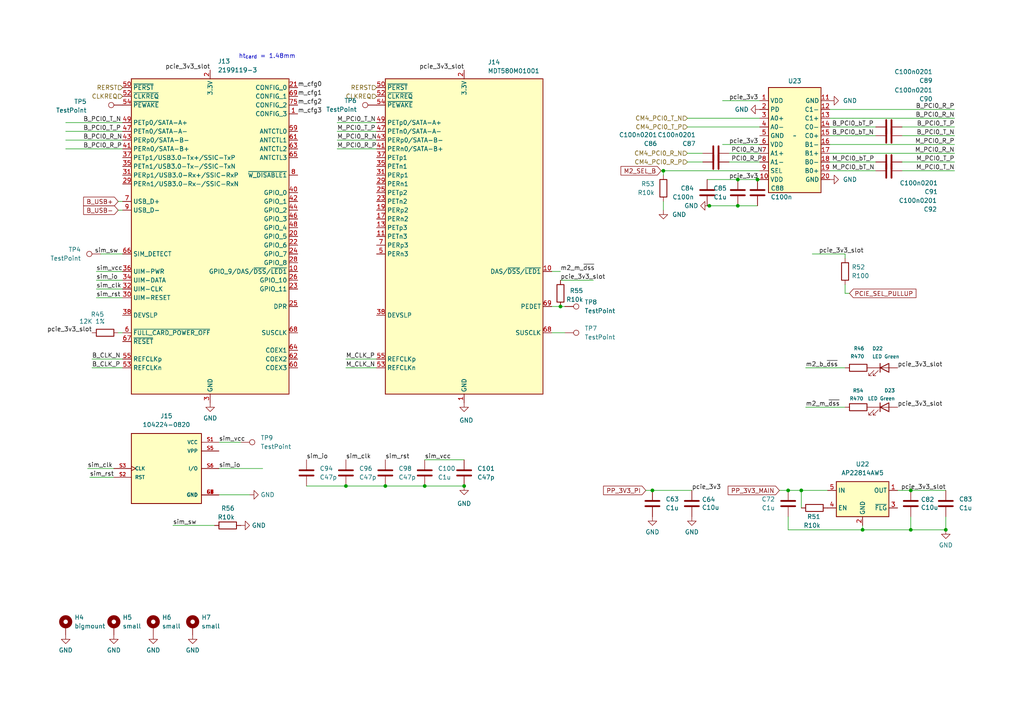
<source format=kicad_sch>
(kicad_sch (version 20231120) (generator "eeschema") (generator_version "8.0")
  (paper "A4")
  (title_block (date "2025-02-17") (rev "2.0") (comment 1 "Matthew Guo") (comment 2 "matthew@paisleymicro.com") (comment 3 "Matthew Guo") (comment 4 "matthew@paisleymicro.com") (comment 5 "Firefly-4") (comment 6 "PAISLEY-FC-4") (comment 7 "2025") (comment 8 "Firefly Automation Controller for RPi CM4"))
  (junction (at 274.32 153.67))
  (junction (at -189.865 117.475))
  (junction (at -207.645 124.46))
  (junction (at 205.74 59.69))
  (junction (at 361.95 39.37))
  (junction (at 264.16 153.67))
  (junction (at 264.16 142.24))
  (junction (at 361.95 31.75))
  (junction (at 374.015 39.37))
  (junction (at 374.015 55.88))
  (junction (at 365.125 48.26))
  (junction (at 189.23 142.24))
  (junction (at -189.865 124.46))
  (junction (at 232.41 142.24))
  (junction (at -182.245 120.015))
  (junction (at 123.19 140.97))
  (junction (at 349.25 31.75))
  (junction (at 349.25 48.26))
  (junction (at -189.865 110.49))
  (junction (at -182.245 124.46))
  (junction (at -236.855 121.285))
  (junction (at 349.25 39.37))
  (junction (at 361.95 55.88))
  (junction (at -182.245 113.03))
  (junction (at -234.95 128.905))
  (junction (at 228.6 142.24))
  (junction (at 361.95 48.26))
  (junction (at 349.25 72.39))
  (junction (at 111.76 140.97))
  (junction (at 349.25 55.88))
  (junction (at -182.245 117.475))
  (junction (at -207.645 117.475))
  (junction (at 134.62 140.97))
  (junction (at 219.71 52.07))
  (junction (at 213.995 52.07))
  (junction (at 374.015 31.75))
  (junction (at 250.19 153.67))
  (junction (at 349.25 80.01))
  (junction (at 100.33 140.97))
  (junction (at 192.405 49.53))
  (junction (at 213.995 59.69))
  (junction (at 162.56 88.9))
  (wire (pts (xy 233.68 106.68) (xy 245.11 106.68)))
  (wire (pts (xy 192.405 58.42) (xy 192.405 60.96)))
  (wire (pts (xy 27.94 81.28) (xy 35.56 81.28)))
  (wire (pts (xy 27.94 78.74) (xy 35.56 78.74)))
  (wire (pts (xy 33.02 135.89) (xy 25.4 135.89)))
  (wire (pts (xy -240.665 116.205) (xy -240.665 118.745)))
  (wire (pts (xy 361.95 39.37) (xy 374.015 39.37)))
  (wire (pts (xy 199.39 46.99) (xy 203.835 46.99)))
  (wire (pts (xy 100.33 104.14) (xy 109.22 104.14)))
  (wire (pts (xy 34.29 60.96) (xy 35.56 60.96)))
  (wire (pts (xy -268.605 97.155) (xy -258.445 97.155)))
  (wire (pts (xy 100.33 106.68) (xy 109.22 106.68)))
  (wire (pts (xy 19.05 38.1) (xy 35.56 38.1)))
  (wire (pts (xy 374.015 31.115) (xy 374.015 31.75)))
  (wire (pts (xy 205.74 59.69) (xy 213.995 59.69)))
  (wire (pts (xy 264.16 153.67) (xy 274.32 153.67)))
  (wire (pts (xy 240.665 46.99) (xy 254 46.99)))
  (wire (pts (xy 361.95 31.75) (xy 374.015 31.75)))
  (wire (pts (xy -189.865 113.03) (xy -189.865 110.49)))
  (wire (pts (xy 123.19 133.35) (xy 134.62 133.35)))
  (wire (pts (xy 27.94 86.36) (xy 35.56 86.36)))
  (wire (pts (xy 228.6 142.24) (xy 232.41 142.24)))
  (wire (pts (xy 50.165 152.4) (xy 62.23 152.4)))
  (wire (pts (xy 250.19 153.67) (xy 264.16 153.67)))
  (wire (pts (xy 246.38 85.09) (xy 245.11 85.09)))
  (wire (pts (xy 29.21 73.66) (xy 35.56 73.66)))
  (wire (pts (xy 349.25 64.77) (xy 349.25 72.39)))
  (wire (pts (xy 162.56 78.74) (xy 160.02 78.74)))
  (wire (pts (xy -182.245 127) (xy -182.245 124.46)))
  (wire (pts (xy -189.865 120.015) (xy -189.865 117.475)))
  (wire (pts (xy 26.67 106.68) (xy 35.56 106.68)))
  (wire (pts (xy -182.245 120.015) (xy -182.245 124.46)))
  (wire (pts (xy -182.245 113.03) (xy -182.245 117.475)))
  (wire (pts (xy 34.29 58.42) (xy 35.56 58.42)))
  (wire (pts (xy 226.06 142.24) (xy 228.6 142.24)))
  (wire (pts (xy 192.405 49.53) (xy 220.345 49.53)))
  (wire (pts (xy 361.95 55.88) (xy 374.015 55.88)))
  (wire (pts (xy -218.44 124.46) (xy -207.645 124.46)))
  (wire (pts (xy 26.67 104.14) (xy 35.56 104.14)))
  (wire (pts (xy 374.015 48.26) (xy 365.125 48.26)))
  (wire (pts (xy 261.62 39.37) (xy 276.86 39.37)))
  (wire (pts (xy -215.9 94.615) (xy -225.425 94.615)))
  (wire (pts (xy -208.28 104.775) (xy -199.39 104.775)))
  (wire (pts (xy -236.855 121.285) (xy -234.95 121.285)))
  (wire (pts (xy -239.395 76.835) (xy -229.235 76.835)))
  (wire (pts (xy 264.16 149.86) (xy 264.16 153.67)))
  (wire (pts (xy -239.395 76.835) (xy -239.395 81.915)))
  (wire (pts (xy 240.665 34.29) (xy 276.86 34.29)))
  (wire (pts (xy -200.025 110.49) (xy -189.865 110.49)))
  (wire (pts (xy -208.28 92.075) (xy -199.39 92.075)))
  (wire (pts (xy 162.56 88.9) (xy 163.83 88.9)))
  (wire (pts (xy 349.25 80.01) (xy 349.25 87.63)))
  (wire (pts (xy 163.83 96.52) (xy 160.02 96.52)))
  (wire (pts (xy 63.5 135.89) (xy 76.2 135.89)))
  (wire (pts (xy 211.455 44.45) (xy 220.345 44.45)))
  (wire (pts (xy 232.41 142.24) (xy 240.03 142.24)))
  (wire (pts (xy -182.245 110.49) (xy -182.245 113.03)))
  (wire (pts (xy 35.56 83.82) (xy 27.94 83.82)))
  (wire (pts (xy 261.62 49.53) (xy 276.86 49.53)))
  (wire (pts (xy -200.025 124.46) (xy -189.865 124.46)))
  (wire (pts (xy 19.05 35.56) (xy 35.56 35.56)))
  (wire (pts (xy 261.62 46.99) (xy 276.86 46.99)))
  (wire (pts (xy -225.425 97.155) (xy -214.63 97.155)))
  (wire (pts (xy 205.105 52.07) (xy 213.995 52.07)))
  (wire (pts (xy 199.39 36.83) (xy 220.345 36.83)))
  (wire (pts (xy 250.19 153.67) (xy 250.19 152.4)))
  (wire (pts (xy -245.745 121.285) (xy -236.855 121.285)))
  (wire (pts (xy 233.68 118.11) (xy 245.11 118.11)))
  (wire (pts (xy 219.71 52.07) (xy 220.345 52.07)))
  (wire (pts (xy 240.665 41.91) (xy 276.86 41.91)))
  (wire (pts (xy 162.56 81.28) (xy 172.085 81.28)))
  (wire (pts (xy -208.28 94.615) (xy -199.39 94.615)))
  (wire (pts (xy 349.25 55.88) (xy 361.95 55.88)))
  (wire (pts (xy 160.02 88.9) (xy 162.56 88.9)))
  (wire (pts (xy 365.125 47.625) (xy 365.125 48.26)))
  (wire (pts (xy 123.19 140.97) (xy 134.62 140.97)))
  (wire (pts (xy 349.25 39.37) (xy 361.95 39.37)))
  (wire (pts (xy 26.035 138.43) (xy 33.02 138.43)))
  (wire (pts (xy 260.35 142.24) (xy 264.16 142.24)))
  (wire (pts (xy 19.05 43.18) (xy 35.56 43.18)))
  (wire (pts (xy -182.245 120.015) (xy -182.245 117.475)))
  (wire (pts (xy 240.665 49.53) (xy 254 49.53)))
  (wire (pts (xy -240.665 118.745) (xy -230.505 118.745)))
  (wire (pts (xy 63.5 128.27) (xy 69.85 128.27)))
  (wire (pts (xy 336.55 48.26) (xy 349.25 48.26)))
  (wire (pts (xy 189.23 142.24) (xy 200.66 142.24)))
  (wire (pts (xy 100.33 140.97) (xy 111.76 140.97)))
  (wire (pts (xy -236.855 128.905) (xy -234.95 128.905)))
  (wire (pts (xy 235.585 73.66) (xy 245.11 73.66)))
  (wire (pts (xy -189.865 127) (xy -189.865 124.46)))
  (wire (pts (xy 274.32 142.24) (xy 264.16 142.24)))
  (wire (pts (xy 336.55 31.75) (xy 349.25 31.75)))
  (wire (pts (xy -207.645 110.49) (xy -207.645 117.475)))
  (wire (pts (xy 209.55 29.21) (xy 220.345 29.21)))
  (wire (pts (xy 240.665 44.45) (xy 276.86 44.45)))
  (wire (pts (xy 209.55 41.91) (xy 220.345 41.91)))
  (wire (pts (xy -215.9 92.075) (xy -225.425 92.075)))
  (wire (pts (xy -249.555 81.915) (xy -264.16 81.915)))
  (wire (pts (xy 228.6 149.86) (xy 228.6 153.67)))
  (wire (pts (xy 245.11 73.66) (xy 245.11 74.93)))
  (wire (pts (xy 34.29 96.52) (xy 35.56 96.52)))
  (wire (pts (xy 63.5 143.51) (xy 72.39 143.51)))
  (wire (pts (xy 97.79 38.1) (xy 109.22 38.1)))
  (wire (pts (xy -200.025 117.475) (xy -189.865 117.475)))
  (wire (pts (xy 228.6 153.67) (xy 250.19 153.67)))
  (wire (pts (xy 187.325 142.24) (xy 189.23 142.24)))
  (wire (pts (xy 211.455 46.99) (xy 220.345 46.99)))
  (wire (pts (xy 205.105 59.69) (xy 205.74 59.69)))
  (wire (pts (xy 213.995 52.07) (xy 219.71 52.07)))
  (wire (pts (xy 19.05 40.64) (xy 35.56 40.64)))
  (wire (pts (xy 97.79 43.18) (xy 109.22 43.18)))
  (wire (pts (xy 192.405 49.53) (xy 192.405 50.8)))
  (wire (pts (xy -207.645 117.475) (xy -207.645 124.46)))
  (wire (pts (xy 240.665 31.75) (xy 276.86 31.75)))
  (wire (pts (xy -215.9 102.235) (xy -225.425 102.235)))
  (wire (pts (xy -215.9 104.775) (xy -225.425 104.775)))
  (wire (pts (xy 88.9 140.97) (xy 100.33 140.97)))
  (wire (pts (xy 349.25 31.75) (xy 361.95 31.75)))
  (wire (pts (xy 111.76 140.97) (xy 123.19 140.97)))
  (wire (pts (xy 97.79 35.56) (xy 109.22 35.56)))
  (wire (pts (xy 199.39 44.45) (xy 203.835 44.45)))
  (wire (pts (xy 199.39 34.29) (xy 220.345 34.29)))
  (wire (pts (xy 240.665 36.83) (xy 254 36.83)))
  (wire (pts (xy 361.95 48.26) (xy 365.125 48.26)))
  (wire (pts (xy 245.11 85.09) (xy 245.11 82.55)))
  (wire (pts (xy 349.25 48.26) (xy 361.95 48.26)))
  (wire (pts (xy 336.55 55.88) (xy 349.25 55.88)))
  (wire (pts (xy -208.28 102.235) (xy -199.39 102.235)))
  (wire (pts (xy -245.745 116.205) (xy -245.745 121.285)))
  (wire (pts (xy 240.665 39.37) (xy 254 39.37)))
  (wire (pts (xy 274.32 153.67) (xy 274.32 149.86)))
  (wire (pts (xy 336.55 39.37) (xy 349.25 39.37)))
  (wire (pts (xy 213.995 59.69) (xy 219.71 59.69)))
  (wire (pts (xy 261.62 36.83) (xy 276.86 36.83)))
  (wire (pts (xy 97.79 40.64) (xy 109.22 40.64)))
  (wire (pts (xy 232.41 142.24) (xy 232.41 147.32)))
  (wire (pts (xy 349.25 72.39) (xy 349.25 80.01)))
  (wire (pts (xy 191.77 49.53) (xy 192.405 49.53)))
  (text "ht_{card} = 1.48mm\n" (at 69.215 17.145 0) (effects (font (size 1.27 1.27)) (justify left bottom)))
  (label "B_PRE_CLK_N" (at -223.52 102.235 0))
  (label "sim_sw" (at 50.165 152.4 0))
  (label "pcie_3v3_slot" (at 349.25 87.63 0))
  (label "pcie_3v3_slot" (at 60.96 20.32 180))
  (label "vddo" (at -235.585 76.835 0))
  (label "sim_rst" (at 26.035 138.43 0))
  (label "M_PRE_CLK_P" (at -223.52 94.615 0))
  (label "sim_vcc" (at 27.94 78.74 0))
  (label "pcie_3v3" (at 211.455 29.21 0))
  (label "pcie_3v3_slot" (at 336.55 31.75 0))
  (label "B_PRE_CLK_P" (at -223.52 104.775 0))
  (label "m_cfg2" (at 341.63 80.01 180))
  (label "pcie_3v3_slot" (at 237.49 73.66 0))
  (label "B_CLK_P" (at 26.67 106.68 0))
  (label "M_CLK_N" (at -208.28 92.075 0))
  (label "m2_m_~{dss}" (at 162.56 78.74 0))
  (label "B_CLK_N" (at -208.28 102.235 0))
  (label "vddr" (at -196.215 110.49 0))
  (label "PCI0_R_N" (at 212.09 44.45 0))
  (label "M_CLK_N" (at 100.33 106.68 0))
  (label "sim_rst" (at 111.76 133.35 0))
  (label "M_PCI0_T_N" (at 97.79 35.56 0))
  (label "sim_io" (at 88.9 133.35 0))
  (label "pcie_3v3" (at -216.535 124.46 0))
  (label "sim_vcc" (at 123.19 133.35 0))
  (label "vddo" (at -236.855 118.745 0))
  (label "sim_vcc" (at 63.5 128.27 0))
  (label "m_cfg1" (at 86.36 27.94 0))
  (label "pcie_3v3" (at -243.84 121.285 0))
  (label "M_CLK_P" (at -208.28 94.615 0))
  (label "M_PCI0_bT_P" (at 241.3 46.99 0))
  (label "sim_clk" (at 25.4 135.89 0))
  (label "M_PCI0_R_N" (at 97.79 40.64 0))
  (label "m_cfg1" (at 341.63 72.39 180))
  (label "pcie_3v3_slot" (at 26.67 96.52 180))
  (label "vdda" (at -220.98 97.155 0))
  (label "M_PCI0_R_N" (at 276.86 44.45 180))
  (label "pcie_3v3_slot" (at 274.32 142.24 180))
  (label "M_PCI0_T_P" (at 97.79 38.1 0))
  (label "sim_io" (at 63.5 135.89 0))
  (label "B_PCI0_bT_N" (at 241.3 39.37 0))
  (label "pcie_3v3_slot" (at 134.62 20.32 180))
  (label "pcie_3v3" (at 200.66 142.24 0))
  (label "B_PCI0_T_P" (at 276.86 36.83 180))
  (label "vdda" (at -195.58 124.46 0))
  (label "m_cfg2" (at 86.36 30.48 0))
  (label "pcie_3v3_slot" (at 336.55 48.26 0))
  (label "sim_rst" (at 27.94 86.36 0))
  (label "B_PCI0_bT_P" (at 241.3 36.83 0))
  (label "sim_clk" (at 100.33 133.35 0))
  (label "vddo" (at -196.215 117.475 0))
  (label "vddr" (at -264.795 97.155 0))
  (label "M_PCI0_R_P" (at 97.79 43.18 0))
  (label "M_PCI0_bT_N" (at 241.3 49.53 0))
  (label "M_PCI0_R_P" (at 276.86 41.91 180))
  (label "m_cfg0" (at 341.63 64.77 180))
  (label "PCI0_R_P" (at 212.09 46.99 0))
  (label "M_PRE_CLK_N" (at -223.52 92.075 0))
  (label "B_CLK_N" (at 26.67 104.14 0))
  (label "m_cfg3" (at 341.63 87.63 180))
  (label "pcie_3v3_slot" (at 162.56 81.28 0))
  (label "pcie_3v3_slot" (at 260.35 106.68 0))
  (label "pcie_3v3_slot" (at 260.35 118.11 0))
  (label "B_PCI0_R_P" (at 276.86 31.75 180))
  (label "M_CLK_P" (at 100.33 104.14 0))
  (label "sim_sw" (at 34.29 73.66 180))
  (label "M_PCI0_T_P" (at 276.86 46.99 180))
  (label "pcie_3v3" (at 211.455 52.07 0))
  (label "pcie_3v3" (at 211.455 41.91 0))
  (label "B_PCI0_T_N" (at 276.86 39.37 180))
  (label "m2_b_~{dss}" (at 233.68 106.68 0))
  (label "B_PCI0_R_P" (at 24.13 43.18 0))
  (label "B_PCI0_T_N" (at 24.13 35.56 0))
  (label "M_PCI0_T_N" (at 276.86 49.53 180))
  (label "m2_m_~{dss}" (at 233.68 118.11 0))
  (label "sim_io" (at 27.94 81.28 0))
  (label "B_PCI0_R_N" (at 276.86 34.29 180))
  (label "B_CLK_P" (at -208.28 104.775 0))
  (label "sim_clk" (at 27.94 83.82 0))
  (label "m_cfg3" (at 86.36 33.02 0))
  (label "m_cfg0" (at 86.36 25.4 0))
  (label "B_PCI0_R_N" (at 24.13 40.64 0))
  (label "B_PCI0_T_P" (at 24.13 38.1 0))
  (global_label "PCIE_SEL_PULLUP" (shape input) (at 246.38 85.09 0) (property "Intersheetrefs" "${INTERSHEET_REFS}" (effects (hide yes))))
  (global_label "PP_3V3_MAIN" (shape input) (at 226.06 142.24 180) (property "Intersheetrefs" "${INTERSHEET_REFS}" (effects (hide yes))))
  (global_label "M2_SEL_B" (shape input) (at 191.77 49.53 180) (property "Intersheetrefs" "${INTERSHEET_REFS}" (effects (hide yes))))
  (global_label "PP_3V3_PI" (shape input) (at 187.325 142.24 180) (property "Intersheetrefs" "${INTERSHEET_REFS}" (effects (hide yes))))
  (global_label "B_USB+" (shape input) (at 34.29 58.42 180) (property "Intersheetrefs" "${INTERSHEET_REFS}" (effects (hide yes))))
  (global_label "B_USB-" (shape input) (at 34.29 60.96 180) (property "Intersheetrefs" "${INTERSHEET_REFS}" (effects (hide yes))))
  (hierarchical_label "REFCLK_P" (shape input) (at -258.445 99.695 180))
  (hierarchical_label "CLKREQ" (shape input) (at 35.56 27.94 180))
  (hierarchical_label "CLKREQ" (shape input) (at 109.22 27.94 180))
  (hierarchical_label "SDA0" (shape input) (at -248.285 116.205 270))
  (hierarchical_label "SCL0" (shape input) (at -243.205 116.205 270))
  (hierarchical_label "REFCLK_N" (shape input) (at -258.445 102.235 180))
  (hierarchical_label "CM4_PCI0_T_P" (shape input) (at 199.39 36.83 180))
  (hierarchical_label "RERST" (shape input) (at 35.56 25.4 180))
  (hierarchical_label "CM4_PCI0_R_P" (shape input) (at 199.39 46.99 180))
  (hierarchical_label "RERST" (shape input) (at 109.22 25.4 180))
  (hierarchical_label "CM4_PCI0_R_N" (shape input) (at 199.39 44.45 180))
  (hierarchical_label "CM4_PCI0_T_N" (shape input) (at 199.39 34.29 180))
  (symbol (lib_id "Device:L") (at -203.835 117.475 90) (unit 1)
    (property "Reference" "L4" (at -203.835 111.76 90))
    (property "Value" "bead 500mOhm" (at -203.835 114.3 90))
    (property "Footprint" "Inductor_SMD:L_0603_1608Metric" (effects (hide yes)))
    (property "LCSC" "C133937" (effects (hide yes)))
    (property "Cost" "0.0040" (effects (hide yes)))
    (property "Stock" "8400" (effects (hide yes)))
    (property "Supplier" "LCSC" (effects (hide yes)))
  )
  (symbol (lib_id "Connector:TestPoint") (at 163.83 96.52 270) (unit 1)
    (property "Reference" "TP7" (at 169.545 95.25 90) (effects (justify left)))
    (property "Value" "TestPoint" (at 169.545 97.79 90) (effects (justify left)))
    (property "Footprint" "TestPoint:TestPoint_Pad_D1.0mm" (effects (hide yes)))
  )
  (symbol (lib_id "Device:R") (at 345.44 80.01 90) (mirror x) (unit 1) (in_bom no)
    (property "Reference" "R49" (at 346.964 74.93 90) (effects (justify left)))
    (property "Value" "nf" (at 346.964 77.47 90) (effects (justify left)))
    (property "Footprint" "Resistor_SMD:R_0402_1005Metric" (effects (hide yes)))
  )
  (symbol (lib_id "Device:C") (at 100.33 137.16 0) (unit 1)
    (property "Reference" "C96" (at 104.14 135.89 0) (effects (justify left)))
    (property "Value" "C47p" (at 104.14 138.43 0) (effects (justify left)))
    (property "Footprint" "Capacitor_SMD:C_0402_1005Metric" (effects (hide yes)))
    (property "LCSC" "C60137" (effects (hide yes)))
    (property "Cost" "0.0011" (effects (hide yes)))
    (property "Stock" "841900" (effects (hide yes)))
    (property "Supplier" "LCSC" (effects (hide yes)))
  )
  (symbol (lib_id "power:GND") (at 240.665 29.21 90) (unit 1)
    (property "Reference" "#PWR097" (effects (hide yes)))
    (property "Value" "GND" (at 244.475 29.21 90) (effects (justify right)))
  )
  (symbol (lib_id "power:GND") (at 134.62 116.84 0) (unit 1)
    (property "Reference" "#PWR096" (effects (hide yes)))
    (property "Value" "GND" (at 135.255 121.92 0))
  )
  (symbol (lib_id "power:GND") (at 274.32 153.67 0) (unit 1)
    (property "Reference" "#PWR085" (effects (hide yes)))
    (property "Value" "GND" (at 274.32 158.115 0))
  )
  (symbol (lib_id "Device:C") (at 349.25 35.56 180) (unit 1)
    (property "Reference" "C95" (at 353.06 34.29 0) (effects (justify right)))
    (property "Value" "C100n" (at 353.06 36.83 0) (effects (justify right)))
    (property "Footprint" "Capacitor_SMD:C_0402_1005Metric" (effects (hide yes)))
    (property "LCSC" "C162178" (effects (hide yes)))
    (property "Cost" "0.0100" (effects (hide yes)))
    (property "Stock" " 48750" (effects (hide yes)))
    (property "Supplier" "LCSC" (effects (hide yes)))
  )
  (symbol (lib_id "Device:C") (at 336.55 52.07 180) (unit 1)
    (property "Reference" "C71" (at 340.36 50.8 0) (effects (justify right)))
    (property "Value" "C100n" (at 340.36 53.34 0) (effects (justify right)))
    (property "Footprint" "Capacitor_SMD:C_0402_1005Metric" (effects (hide yes)))
    (property "LCSC" "C162178" (effects (hide yes)))
    (property "Cost" "0.0100" (effects (hide yes)))
    (property "Stock" " 48750" (effects (hide yes)))
    (property "Supplier" "LCSC" (effects (hide yes)))
  )
  (symbol (lib_id "power:GND") (at -258.445 104.775 0) (unit 1)
    (property "Reference" "#PWR080" (effects (hide yes)))
    (property "Value" "GND" (at -258.445 109.22 0))
  )
  (symbol (lib_id "Device:R") (at 30.48 96.52 90) (unit 1)
    (property "Reference" "R45" (at 30.226 91.186 90) (effects (justify left)))
    (property "Value" "12K 1%" (at 30.48 93.218 90) (effects (justify left)))
    (property "Footprint" "Resistor_SMD:R_0402_1005Metric" (effects (hide yes)))
    (property "Datasheet" "https://fscdn.rohm.com/en/products/databook/datasheet/passive/resistor/chip_resistor/mcr-e.pdf" (effects (hide yes)))
    (property "LCSC" "C114760" (effects (hide yes)))
    (property "Cost" "0.0007" (effects (hide yes)))
    (property "Stock" "108700" (effects (hide yes)))
    (property "Supplier" "LCSC" (effects (hide yes)))
  )
  (symbol (lib_id "aaafootprintlib:PI6CB33202") (at -241.935 98.425 0) (unit 1)
    (property "Reference" "U21" (at -218.44 82.6069 0))
    (property "Value" "PI6CB33202ZDIEX" (at -218.44 85.1469 0))
    (property "Footprint" "Package_DFN_QFN:TQFN-24-1EP_4x4mm_P0.5mm_EP2.6x2.6mm" (effects (hide yes)))
    (property "Datasheet" "https://www.mouser.com/datasheet/2/115/DIOD_S_A0010206098_1-2543438.pdf" (effects (hide yes)))
    (property "LCSC" "C1857410" (effects (hide yes)))
    (property "Supplier" "Mouser" (effects (hide yes)))
    (property "Stock" "2,479" (at -218.44 87.6869 0))
    (property "Cost" "3.21" (effects (hide yes)))
  )
  (symbol (lib_id "power:GND") (at -234.95 128.905 0) (unit 1)
    (property "Reference" "#PWR083" (effects (hide yes)))
    (property "Value" "GND" (at -234.95 133.35 0))
  )
  (symbol (lib_id "Connector:TestPoint") (at 29.21 73.66 90) (mirror x) (unit 1)
    (property "Reference" "TP4" (at 23.495 72.39 90) (effects (justify left)))
    (property "Value" "TestPoint" (at 23.495 74.93 90) (effects (justify left)))
    (property "Footprint" "TestPoint:TestPoint_Pad_D1.0mm" (effects (hide yes)))
  )
  (symbol (lib_id "Device:R") (at 192.405 54.61 0) (mirror y) (unit 1)
    (property "Reference" "R53" (at 189.865 53.34 0) (effects (justify left)))
    (property "Value" "R10k" (at 189.865 55.88 0) (effects (justify left)))
    (property "Footprint" "Resistor_SMD:R_0402_1005Metric" (effects (hide yes)))
    (property "LCSC" "C60490" (effects (hide yes)))
    (property "Cost" "0.0006" (effects (hide yes)))
    (property "Stock" "2519100" (effects (hide yes)))
    (property "Supplier" "LCSC" (effects (hide yes)))
  )
  (symbol (lib_id "Device:C") (at -236.855 125.095 0) (unit 1)
    (property "Reference" "C65" (at -233.045 123.825 0) (effects (justify left)))
    (property "Value" "C100n" (at -233.045 126.365 0) (effects (justify left)))
    (property "Footprint" "Capacitor_SMD:C_0402_1005Metric" (effects (hide yes)))
    (property "LCSC" "C162178" (effects (hide yes)))
    (property "Cost" "0.0100" (effects (hide yes)))
    (property "Stock" " 48750" (effects (hide yes)))
    (property "Supplier" "LCSC" (effects (hide yes)))
  )
  (symbol (lib_id "Device:C") (at -186.055 113.03 90) (unit 1)
    (property "Reference" "C75" (at -186.055 105.41 90))
    (property "Value" "C1u" (at -186.055 107.95 90))
    (property "Footprint" "Capacitor_SMD:C_0402_1005Metric" (effects (hide yes)))
    (property "LCSC" "C14445" (effects (hide yes)))
    (property "Cost" "0.0030" (effects (hide yes)))
    (property "Stock" "298800" (effects (hide yes)))
    (property "Supplier" "LCSC" (effects (hide yes)))
  )
  (symbol (lib_id "power:GND") (at 374.015 39.37 0) (unit 1)
    (property "Reference" "#PWR099" (effects (hide yes)))
    (property "Value" "GND" (at 374.015 43.815 0))
  )
  (symbol (lib_id "Device:C") (at 264.16 146.05 0) (unit 1)
    (property "Reference" "C82" (at 267.081 144.8816 0) (effects (justify left)))
    (property "Value" "C10u" (at 267.081 147.193 0) (effects (justify left)))
    (property "Footprint" "Capacitor_SMD:C_0402_1005Metric" (effects (hide yes)))
    (property "Datasheet" "https://search.murata.co.jp/Ceramy/image/img/A01X/G101/ENG/GRM21BR71A106KA73-01.pdf" (effects (hide yes)))
    (property "LCSC" "C15525" (effects (hide yes)))
    (property "Cost" "0.0049" (effects (hide yes)))
    (property "Stock" "11308700" (effects (hide yes)))
    (property "Supplier" "LCSC" (effects (hide yes)))
  )
  (symbol (lib_id "Device:R") (at 245.11 78.74 180) (unit 1)
    (property "Reference" "R52" (at 247.015 77.47 0) (effects (justify right)))
    (property "Value" "R100" (at 247.015 80.01 0) (effects (justify right)))
    (property "Footprint" "Resistor_SMD:R_0402_1005Metric" (effects (hide yes)))
    (property "LCSC" "C106233" (effects (hide yes)))
    (property "Stock" "1464300" (effects (hide yes)))
    (property "Cost" "0.0006" (effects (hide yes)))
    (property "Supplier" "LCSC" (effects (hide yes)))
  )
  (symbol (lib_id "power:GND") (at 189.23 149.86 0) (unit 1)
    (property "Reference" "#PWR078" (effects (hide yes)))
    (property "Value" "GND" (at 189.23 154.305 0))
  )
  (symbol (lib_id "Device:C") (at -234.95 125.095 0) (unit 1)
    (property "Reference" "C66" (at -231.14 123.825 0) (effects (justify left)))
    (property "Value" "C100n" (at -231.14 126.365 0) (effects (justify left)))
    (property "Footprint" "Capacitor_SMD:C_0402_1005Metric" (effects (hide yes)))
    (property "LCSC" "C162178" (effects (hide yes)))
    (property "Cost" "0.0100" (effects (hide yes)))
    (property "Stock" " 48750" (effects (hide yes)))
    (property "Supplier" "LCSC" (effects (hide yes)))
  )
  (symbol (lib_id "Connector:Bus_M.2_Socket_M") (at 134.62 68.58 0) (unit 1)
    (property "Reference" "J14" (at 141.478 18.034 0) (effects (justify left)))
    (property "Value" "MDT580M01001" (at 141.478 20.574 0) (effects (justify left)))
    (property "Footprint" "aaafootprintlib:AMPHENOL_MDT580M01001" (effects (hide yes)))
    (property "Datasheet" "https://www.mouser.com/datasheet/2/418/9/ENG_DS_1_1773702_1NGFFQRG_EN_0214_1_1773702_1NGFF_-3328698.pdf" (effects (hide yes)))
    (property "LCSC" "C5177196" (effects (hide yes)))
    (property "Stock" "6390" (effects (hide yes)))
    (property "Supplier" "Mouser" (effects (hide yes)))
    (property "Supplier Part No. " "2266-MDT580M03001TR-ND" (effects (hide yes)))
    (property "Cost" "2.29" (effects (hide yes)))
  )
  (symbol (lib_id "Device:C") (at 123.19 137.16 0) (unit 1)
    (property "Reference" "C100" (at 127 135.89 0) (effects (justify left)))
    (property "Value" "C1u" (at 127 138.43 0) (effects (justify left)))
    (property "Footprint" "Capacitor_SMD:C_0402_1005Metric" (effects (hide yes)))
    (property "LCSC" "C14445" (effects (hide yes)))
    (property "Cost" "0.0030" (effects (hide yes)))
    (property "Stock" "298800" (effects (hide yes)))
    (property "Supplier" "LCSC" (effects (hide yes)))
  )
  (symbol (lib_id "power:GND") (at 374.015 55.88 0) (unit 1)
    (property "Reference" "#PWR090" (effects (hide yes)))
    (property "Value" "GND" (at 374.015 60.325 0))
  )
  (symbol (lib_id "power:GND") (at -182.245 117.475 90) (unit 1)
    (property "Reference" "#PWR087" (effects (hide yes)))
    (property "Value" "GND" (at -178.435 117.475 90) (effects (justify right)))
  )
  (symbol (lib_id "power:GND") (at 205.74 59.69 270) (unit 1)
    (property "Reference" "#PWR093" (effects (hide yes)))
    (property "Value" "GND" (at 202.565 59.69 90) (effects (justify right)))
  )
  (symbol (lib_id "Device:C") (at 205.105 55.88 0) (mirror y) (unit 1)
    (property "Reference" "C84" (at 201.295 54.61 0) (effects (justify left)))
    (property "Value" "C100n" (at 201.295 57.15 0) (effects (justify left)))
    (property "Footprint" "Capacitor_SMD:C_0402_1005Metric" (effects (hide yes)))
    (property "LCSC" "C162178" (effects (hide yes)))
    (property "Cost" "0.0100" (effects (hide yes)))
    (property "Stock" " 48750" (effects (hide yes)))
    (property "Supplier" "LCSC" (effects (hide yes)))
  )
  (symbol (lib_id "Connector:TestPoint") (at 69.85 128.27 270) (unit 1)
    (property "Reference" "TP9" (at 75.565 127 90) (effects (justify left)))
    (property "Value" "TestPoint" (at 75.565 129.54 90) (effects (justify left)))
    (property "Footprint" "TestPoint:TestPoint_Pad_D1.0mm" (effects (hide yes)))
  )
  (symbol (lib_id "Device:C") (at 228.6 146.05 0) (mirror y) (unit 1)
    (property "Reference" "C72" (at 224.79 144.78 0) (effects (justify left)))
    (property "Value" "C1u" (at 224.79 147.32 0) (effects (justify left)))
    (property "Footprint" "Capacitor_SMD:C_0402_1005Metric" (effects (hide yes)))
    (property "LCSC" "C14445" (effects (hide yes)))
    (property "Cost" "0.0030" (effects (hide yes)))
    (property "Stock" "298800" (effects (hide yes)))
    (property "Supplier" "LCSC" (effects (hide yes)))
  )
  (symbol (lib_id "Device:C") (at 257.81 36.83 90) (unit 1)
    (property "Reference" "C89" (at 270.51 23.368 90) (effects (justify left)))
    (property "Value" "C100n0201" (at 270.51 20.828 90) (effects (justify left)))
    (property "Footprint" "Capacitor_SMD:C_0201_0603Metric" (effects (hide yes)))
    (property "LCSC" "C307380" (effects (hide yes)))
    (property "Cost" "0.0018" (effects (hide yes)))
    (property "Stock" "1373600" (effects (hide yes)))
    (property "Supplier" "LCSC" (effects (hide yes)))
  )
  (symbol (lib_id "Device:C") (at 134.62 137.16 0) (unit 1)
    (property "Reference" "C101" (at 138.43 135.89 0) (effects (justify left)))
    (property "Value" "C47p" (at 138.43 138.43 0) (effects (justify left)))
    (property "Footprint" "Capacitor_SMD:C_0402_1005Metric" (effects (hide yes)))
    (property "LCSC" "C60137" (effects (hide yes)))
    (property "Cost" "0.0011" (effects (hide yes)))
    (property "Stock" "841900" (effects (hide yes)))
    (property "Supplier" "LCSC" (effects (hide yes)))
  )
  (symbol (lib_id "Device:R") (at 248.92 118.11 90) (unit 1)
    (property "Reference" "R54" (at 250.444 113.284 90) (effects (font (size 1 1)) (justify left)))
    (property "Value" "R470" (at 250.444 115.5954 90) (effects (font (size 1 1)) (justify left)))
    (property "Footprint" "Resistor_SMD:R_0402_1005Metric" (effects (hide yes)))
    (property "LCSC" "C227095" (effects (hide yes)))
    (property "Cost" "0.0011" (effects (hide yes)))
    (property "Stock" "244000" (effects (hide yes)))
    (property "Supplier" "LCSC" (effects (hide yes)))
  )
  (symbol (lib_id "Device:C") (at 111.76 137.16 0) (unit 1)
    (property "Reference" "C98" (at 115.57 135.89 0) (effects (justify left)))
    (property "Value" "C47p" (at 115.57 138.43 0) (effects (justify left)))
    (property "Footprint" "Capacitor_SMD:C_0402_1005Metric" (effects (hide yes)))
    (property "LCSC" "C60137" (effects (hide yes)))
    (property "Cost" "0.0011" (effects (hide yes)))
    (property "Stock" "841900" (effects (hide yes)))
    (property "Supplier" "LCSC" (effects (hide yes)))
  )
  (symbol (lib_id "Device:R") (at 66.04 152.4 90) (mirror x) (unit 1)
    (property "Reference" "R56" (at 68.072 147.447 90) (effects (justify left)))
    (property "Value" "R10k" (at 68.072 149.987 90) (effects (justify left)))
    (property "Footprint" "Resistor_SMD:R_0402_1005Metric" (effects (hide yes)))
    (property "LCSC" "C60490" (effects (hide yes)))
    (property "Cost" "0.0006" (effects (hide yes)))
    (property "Stock" "2519100" (effects (hide yes)))
    (property "Supplier" "LCSC" (effects (hide yes)))
  )
  (symbol (lib_id "Device:C") (at -212.09 94.615 90) (unit 1)
    (property "Reference" "C68" (at -213.36 90.805 0) (effects (justify left)))
    (property "Value" "C100n0201" (at -210.82 90.805 0) (effects (justify left)))
    (property "Footprint" "Capacitor_SMD:C_0201_0603Metric" (effects (hide yes)))
    (property "LCSC" "C307380" (effects (hide yes)))
    (property "Cost" "0.0018" (effects (hide yes)))
    (property "Stock" "1373600" (effects (hide yes)))
    (property "Supplier" "LCSC" (effects (hide yes)))
  )
  (symbol (lib_id "Device:C") (at -186.055 117.475 90) (unit 1)
    (property "Reference" "C76" (at -186.055 109.855 90))
    (property "Value" "C1u" (at -186.055 112.395 90))
    (property "Footprint" "Capacitor_SMD:C_0402_1005Metric" (effects (hide yes)))
    (property "LCSC" "C14445" (effects (hide yes)))
    (property "Cost" "0.0030" (effects (hide yes)))
    (property "Stock" "298800" (effects (hide yes)))
    (property "Supplier" "LCSC" (effects (hide yes)))
  )
  (symbol (lib_id "Connector:TestPoint") (at 109.22 30.48 90) (mirror x) (unit 1)
    (property "Reference" "TP6" (at 103.505 29.21 90) (effects (justify left)))
    (property "Value" "TestPoint" (at 103.505 31.75 90) (effects (justify left)))
    (property "Footprint" "TestPoint:TestPoint_Pad_D1.0mm" (effects (hide yes)))
  )
  (symbol (lib_id "power:GND") (at 60.96 116.84 0) (unit 1)
    (property "Reference" "#PWR081" (effects (hide yes)))
    (property "Value" "GND" (at 60.96 121.285 0))
  )
  (symbol (lib_id "Device:C") (at 361.95 35.56 180) (unit 1)
    (property "Reference" "C97" (at 365.76 34.29 0) (effects (justify right)))
    (property "Value" "C100n" (at 365.76 36.83 0) (effects (justify right)))
    (property "Footprint" "Capacitor_SMD:C_0402_1005Metric" (effects (hide yes)))
    (property "LCSC" "C162178" (effects (hide yes)))
    (property "Cost" "0.0100" (effects (hide yes)))
    (property "Stock" " 48750" (effects (hide yes)))
    (property "Supplier" "LCSC" (effects (hide yes)))
  )
  (symbol (lib_id "power:GND") (at 72.39 143.51 90) (unit 1)
    (property "Reference" "#PWR0101" (effects (hide yes)))
    (property "Value" "GND" (at 75.565 143.51 90) (effects (justify right)))
  )
  (symbol (lib_id "Device:C") (at -186.055 120.015 90) (unit 1)
    (property "Reference" "C77" (at -186.055 112.395 90))
    (property "Value" "C1u" (at -186.055 114.935 90))
    (property "Footprint" "Capacitor_SMD:C_0402_1005Metric" (effects (hide yes)))
    (property "LCSC" "C14445" (effects (hide yes)))
    (property "Cost" "0.0030" (effects (hide yes)))
    (property "Stock" "298800" (effects (hide yes)))
    (property "Supplier" "LCSC" (effects (hide yes)))
  )
  (symbol (lib_id "Device:R") (at 248.92 106.68 90) (unit 1)
    (property "Reference" "R46" (at 250.698 101.0666 90) (effects (font (size 1 1)) (justify left)))
    (property "Value" "R470" (at 250.698 103.378 90) (effects (font (size 1 1)) (justify left)))
    (property "Footprint" "Resistor_SMD:R_0402_1005Metric" (effects (hide yes)))
    (property "LCSC" "C227095" (effects (hide yes)))
    (property "Cost" "0.0011" (effects (hide yes)))
    (property "Stock" "244000" (effects (hide yes)))
    (property "Supplier" "LCSC" (effects (hide yes)))
  )
  (symbol (lib_id "power:GND") (at 69.85 152.4 90) (unit 1)
    (property "Reference" "#PWR0102" (effects (hide yes)))
    (property "Value" "GND" (at 73.025 152.4 90) (effects (justify right)))
  )
  (symbol (lib_id "Connector:TestPoint") (at 163.83 88.9 270) (unit 1)
    (property "Reference" "TP8" (at 169.545 87.63 90) (effects (justify left)))
    (property "Value" "TestPoint" (at 169.545 90.17 90) (effects (justify left)))
    (property "Footprint" "TestPoint:TestPoint_Pad_D1.0mm" (effects (hide yes)))
  )
  (symbol (lib_id "Power_Management:AP22814AW5") (at 250.19 144.78 0) (unit 1)
    (property "Reference" "U22" (at 250.19 134.62 0))
    (property "Value" "AP22814AW5" (at 250.19 137.16 0))
    (property "Footprint" "Package_TO_SOT_SMD:SOT-23-5" (effects (hide yes)))
    (property "Datasheet" "https://www.diodes.com/assets/Datasheets/AP22804_14.pdf" (effects (hide yes)))
    (property "LCSC" "C2680321" (effects (hide yes)))
    (property "Cost" "0.1875" (effects (hide yes)))
    (property "Stock" "1345" (effects (hide yes)))
    (property "Supplier" "LCSC" (effects (hide yes)))
  )
  (symbol (lib_id "power:GND") (at 134.62 140.97 0) (unit 1)
    (property "Reference" "#PWR0100" (effects (hide yes)))
    (property "Value" "GND" (at 134.62 146.05 0))
  )
  (symbol (lib_id "power:GND") (at 220.345 31.75 270) (unit 1)
    (property "Reference" "#PWR095" (effects (hide yes)))
    (property "Value" "GND" (at 217.17 31.75 90) (effects (justify right)))
  )
  (symbol (lib_id "Device:C") (at 88.9 137.16 0) (unit 1)
    (property "Reference" "C94" (at 92.71 135.89 0) (effects (justify left)))
    (property "Value" "C47p" (at 92.71 138.43 0) (effects (justify left)))
    (property "Footprint" "Capacitor_SMD:C_0402_1005Metric" (effects (hide yes)))
    (property "LCSC" "C60137" (effects (hide yes)))
    (property "Cost" "0.0011" (effects (hide yes)))
    (property "Stock" "841900" (effects (hide yes)))
    (property "Supplier" "LCSC" (effects (hide yes)))
  )
  (symbol (lib_id "Device:R") (at 345.44 72.39 90) (mirror x) (unit 1)
    (property "Reference" "R48" (at 346.964 68.072 90) (effects (justify left)))
    (property "Value" "R10k" (effects (hide yes)))
    (property "Footprint" "Resistor_SMD:R_0402_1005Metric" (effects (hide yes)))
    (property "LCSC" "C60490" (effects (hide yes)))
    (property "Cost" "0.0006" (effects (hide yes)))
    (property "Stock" "2519100" (effects (hide yes)))
    (property "Supplier" "LCSC" (effects (hide yes)))
  )
  (symbol (lib_id "power:GND") (at 192.405 60.96 0) (unit 1)
    (property "Reference" "#PWR091" (effects (hide yes)))
    (property "Value" "GND" (at 194.945 62.2299 0) (effects (justify left)))
  )
  (symbol (lib_id "power:GND") (at 240.665 52.07 90) (unit 1)
    (property "Reference" "#PWR098" (effects (hide yes)))
    (property "Value" "GND" (at 244.475 52.07 90) (effects (justify right)))
  )
  (symbol (lib_id "aaafootprintlib:U") (at 230.505 39.37 0) (unit 1)
    (property "Reference" "U23" (at 230.505 23.495 0))
    (property "Value" "~" (at 230.505 39.37 0))
    (property "Footprint" "aaafootprintlib:QFN50P250X450X100-21N_PI3USB302-AZBEX" (effects (hide yes)))
    (property "LCSC" "C154729" (effects (hide yes)))
    (property "Cost" "0.926" (effects (hide yes)))
    (property "Stock" "1804" (effects (hide yes)))
    (property "Supplier" "LCSC" (effects (hide yes)))
  )
  (symbol (lib_id "Device:C") (at 274.32 146.05 0) (unit 1)
    (property "Reference" "C83" (at 278.13 144.78 0) (effects (justify left)))
    (property "Value" "C1u" (at 278.13 147.32 0) (effects (justify left)))
    (property "Footprint" "Capacitor_SMD:C_0402_1005Metric" (effects (hide yes)))
    (property "LCSC" "C14445" (effects (hide yes)))
    (property "Cost" "0.0030" (effects (hide yes)))
    (property "Stock" "298800" (effects (hide yes)))
    (property "Supplier" "LCSC" (effects (hide yes)))
  )
  (symbol (lib_id "power:GND") (at 200.66 149.86 0) (unit 1)
    (property "Reference" "#PWR082" (effects (hide yes)))
    (property "Value" "GND" (at 200.66 154.305 0))
  )
  (symbol (lib_id "Connector:Bus_M.2_Socket_B") (at 60.96 68.58 0) (unit 1)
    (property "Reference" "J13" (at 63.1541 17.78 0) (effects (justify left)))
    (property "Value" "2199119-3" (at 63.1541 20.32 0) (effects (justify left)))
    (property "Footprint" "aaafootprintlib:TE_2199119-3" (effects (hide yes)))
    (property "Datasheet" "https://www.mouser.com/datasheet/2/418/9/ENG_DS_1_1773702_1NGFFQRG_EN_0214_1_1773702_1NGFF_-3328635.pdf" (effects (hide yes)))
    (property "LCSC" "C590866" (effects (hide yes)))
    (property "Stock" "535" (effects (hide yes)))
    (property "Cost" "1.0389" (effects (hide yes)))
    (property "Supplier" "LCSC" (effects (hide yes)))
  )
  (symbol (lib_id "Device:C") (at -186.055 124.46 90) (unit 1)
    (property "Reference" "C78" (at -187.2234 121.539 0) (effects (justify left)))
    (property "Value" "C10u" (at -184.912 121.539 0) (effects (justify left)))
    (property "Footprint" "Capacitor_SMD:C_0402_1005Metric" (effects (hide yes)))
    (property "Datasheet" "https://search.murata.co.jp/Ceramy/image/img/A01X/G101/ENG/GRM21BR71A106KA73-01.pdf" (effects (hide yes)))
    (property "LCSC" "C15525" (effects (hide yes)))
    (property "Cost" "0.0049" (effects (hide yes)))
    (property "Stock" "11308700" (effects (hide yes)))
    (property "Supplier" "LCSC" (effects (hide yes)))
  )
  (symbol (lib_id "Mechanical:MountingHole_Pad") (at 44.45 181.61 0) (unit 1)
    (property "Reference" "H6" (at 46.99 179.07 0) (effects (justify left)))
    (property "Value" "small" (at 46.99 181.61 0) (effects (justify left)))
    (property "Footprint" "MountingHole:MountingHole_2.7mm_M2.5_DIN965_Pad_TopOnly" (effects (hide yes)))
    (property "LCSC" "C2915629" (effects (hide yes)))
  )
  (symbol (lib_id "Device:R") (at 345.44 64.77 90) (mirror x) (unit 1) (in_bom no)
    (property "Reference" "R47" (at 346.71 59.69 90) (effects (justify left)))
    (property "Value" "nf" (at 346.71 62.23 90) (effects (justify left)))
    (property "Footprint" "Resistor_SMD:R_0402_1005Metric" (effects (hide yes)))
  )
  (symbol (lib_id "Mechanical:MountingHole_Pad") (at 19.05 181.61 0) (unit 1)
    (property "Reference" "H4" (at 21.59 179.07 0) (effects (justify left)))
    (property "Value" "bigmount" (at 21.59 181.61 0) (effects (justify left)))
    (property "Footprint" "MountingHole:MountingHole_2.7mm_M2.5_DIN965_Pad_TopOnly" (effects (hide yes)))
    (property "LCSC" "C2916360" (effects (hide yes)))
  )
  (symbol (lib_id "Device:C") (at 257.81 46.99 90) (unit 1)
    (property "Reference" "C91" (at 272.034 55.626 90) (effects (justify left)))
    (property "Value" "C100n0201" (at 272.034 53.086 90) (effects (justify left)))
    (property "Footprint" "Capacitor_SMD:C_0201_0603Metric" (effects (hide yes)))
    (property "LCSC" "C307380" (effects (hide yes)))
    (property "Cost" "0.0018" (effects (hide yes)))
    (property "Stock" "1373600" (effects (hide yes)))
    (property "Supplier" "LCSC" (effects (hide yes)))
  )
  (symbol (lib_id "Device:C") (at 213.995 55.88 0) (mirror x) (unit 1)
    (property "Reference" "C85" (at 210.82 54.61 0) (effects (justify right)))
    (property "Value" "C1u" (at 210.82 57.15 0) (effects (justify right)))
    (property "Footprint" "Capacitor_SMD:C_0402_1005Metric" (effects (hide yes)))
    (property "LCSC" "C14445" (effects (hide yes)))
    (property "Cost" "0.0030" (effects (hide yes)))
    (property "Stock" "298800" (effects (hide yes)))
    (property "Supplier" "LCSC" (effects (hide yes)))
  )
  (symbol (lib_id "Device:R") (at 162.56 85.09 0) (mirror y) (unit 1)
    (property "Reference" "R55" (at 169.164 84.328 0) (effects (justify left)))
    (property "Value" "R10k" (at 169.164 86.868 0) (effects (justify left)))
    (property "Footprint" "Resistor_SMD:R_0402_1005Metric" (effects (hide yes)))
    (property "LCSC" "C60490" (effects (hide yes)))
    (property "Cost" "0.0006" (effects (hide yes)))
    (property "Stock" "2519100" (effects (hide yes)))
    (property "Supplier" "LCSC" (effects (hide yes)))
  )
  (symbol (lib_id "Device:C") (at 349.25 52.07 180) (unit 1)
    (property "Reference" "C73" (at 353.06 50.8 0) (effects (justify right)))
    (property "Value" "C100n" (at 353.06 53.34 0) (effects (justify right)))
    (property "Footprint" "Capacitor_SMD:C_0402_1005Metric" (effects (hide yes)))
    (property "LCSC" "C162178" (effects (hide yes)))
    (property "Cost" "0.0100" (effects (hide yes)))
    (property "Stock" " 48750" (effects (hide yes)))
    (property "Supplier" "LCSC" (effects (hide yes)))
  )
  (symbol (lib_id "Device:C") (at 257.81 49.53 90) (unit 1)
    (property "Reference" "C92" (at 271.78 60.706 90) (effects (justify left)))
    (property "Value" "C100n0201" (at 271.78 58.166 90) (effects (justify left)))
    (property "Footprint" "Capacitor_SMD:C_0201_0603Metric" (effects (hide yes)))
    (property "LCSC" "C307380" (effects (hide yes)))
    (property "Cost" "0.0018" (effects (hide yes)))
    (property "Stock" "1373600" (effects (hide yes)))
    (property "Supplier" "LCSC" (effects (hide yes)))
  )
  (symbol (lib_id "Connector:TestPoint") (at 35.56 30.48 90) (mirror x) (unit 1)
    (property "Reference" "TP5" (at 25.146 29.464 90) (effects (justify left)))
    (property "Value" "TestPoint" (at 25.146 32.004 90) (effects (justify left)))
    (property "Footprint" "TestPoint:TestPoint_Pad_D1.0mm" (effects (hide yes)))
  )
  (symbol (lib_id "Mechanical:MountingHole_Pad") (at 55.88 181.61 0) (unit 1)
    (property "Reference" "H7" (at 58.42 179.07 0) (effects (justify left)))
    (property "Value" "small" (at 58.42 181.61 0) (effects (justify left)))
    (property "Footprint" "MountingHole:MountingHole_2.7mm_M2.5_DIN965_Pad_TopOnly" (effects (hide yes)))
    (property "LCSC" "C2915629" (effects (hide yes)))
  )
  (symbol (lib_id "Device:C") (at 200.66 146.05 0) (unit 1)
    (property "Reference" "C64" (at 203.581 144.8816 0) (effects (justify left)))
    (property "Value" "C10u" (at 203.581 147.193 0) (effects (justify left)))
    (property "Footprint" "Capacitor_SMD:C_0402_1005Metric" (effects (hide yes)))
    (property "Datasheet" "https://search.murata.co.jp/Ceramy/image/img/A01X/G101/ENG/GRM21BR71A106KA73-01.pdf" (effects (hide yes)))
    (property "LCSC" "C15525" (effects (hide yes)))
    (property "Cost" "0.0049" (effects (hide yes)))
    (property "Stock" "11308700" (effects (hide yes)))
    (property "Supplier" "LCSC" (effects (hide yes)))
  )
  (symbol (lib_id "Device:C") (at 257.81 39.37 90) (unit 1)
    (property "Reference" "C90" (at 270.51 28.702 90) (effects (justify left)))
    (property "Value" "C100n0201" (at 270.51 26.162 90) (effects (justify left)))
    (property "Footprint" "Capacitor_SMD:C_0201_0603Metric" (effects (hide yes)))
    (property "LCSC" "C307380" (effects (hide yes)))
    (property "Cost" "0.0018" (effects (hide yes)))
    (property "Stock" "1373600" (effects (hide yes)))
    (property "Supplier" "LCSC" (effects (hide yes)))
  )
  (symbol (lib_id "Device:C") (at 189.23 146.05 0) (unit 1)
    (property "Reference" "C63" (at 193.04 144.78 0) (effects (justify left)))
    (property "Value" "C1u" (at 193.04 147.32 0) (effects (justify left)))
    (property "Footprint" "Capacitor_SMD:C_0402_1005Metric" (effects (hide yes)))
    (property "LCSC" "C14445" (effects (hide yes)))
    (property "Cost" "0.0030" (effects (hide yes)))
    (property "Stock" "298800" (effects (hide yes)))
    (property "Supplier" "LCSC" (effects (hide yes)))
  )
  (symbol (lib_id "power:GND") (at -264.16 81.915 0) (unit 1)
    (property "Reference" "#PWR079" (effects (hide yes)))
    (property "Value" "GND" (at -264.16 86.36 0))
  )
  (symbol (lib_id "Device:C") (at 219.71 55.88 0) (unit 1)
    (property "Reference" "C88" (at 223.52 54.61 0) (effects (justify left)))
    (property "Value" "C100n" (at 223.52 57.15 0) (effects (justify left)))
    (property "Footprint" "Capacitor_SMD:C_0402_1005Metric" (effects (hide yes)))
    (property "LCSC" "C162178" (effects (hide yes)))
    (property "Cost" "0.0100" (effects (hide yes)))
    (property "Stock" " 48750" (effects (hide yes)))
    (property "Supplier" "LCSC" (effects (hide yes)))
  )
  (symbol (lib_id "Device:C") (at 207.645 44.45 90) (unit 1)
    (property "Reference" "C86" (at 190.627 41.656 90) (effects (justify left)))
    (property "Value" "C100n0201" (at 190.627 39.116 90) (effects (justify left)))
    (property "Footprint" "Capacitor_SMD:C_0201_0603Metric" (effects (hide yes)))
    (property "LCSC" "C307380" (effects (hide yes)))
    (property "Cost" "0.0018" (effects (hide yes)))
    (property "Stock" "1373600" (effects (hide yes)))
    (property "Supplier" "LCSC" (effects (hide yes)))
  )
  (symbol (lib_id "power:GND") (at 33.02 184.15 0) (unit 1)
    (property "Reference" "#PWR086" (effects (hide yes)))
    (property "Value" "GND" (at 33.02 188.595 0))
  )
  (symbol (lib_id "aaafootprintlib:104224-0820") (at 48.26 135.89 0) (unit 1)
    (property "Reference" "J15" (at 48.26 120.65 0))
    (property "Value" "104224-0820" (at 48.26 123.19 0))
    (property "Footprint" "aaafootprintlib:MOLEX_104224-0820" (effects (hide yes)))
    (property "LCSC" "C585349" (effects (hide yes)))
    (property "Stock" "169321" (effects (hide yes)))
    (property "Cost" "1.46000" (effects (hide yes)))
    (property "Supplier" "Digikey" (effects (hide yes)))
  )
  (symbol (lib_id "Device:C") (at 361.95 52.07 180) (unit 1)
    (property "Reference" "C80" (at 365.76 50.8 0) (effects (justify right)))
    (property "Value" "C100n" (at 365.76 53.34 0) (effects (justify right)))
    (property "Footprint" "Capacitor_SMD:C_0402_1005Metric" (effects (hide yes)))
    (property "LCSC" "C162178" (effects (hide yes)))
    (property "Cost" "0.0100" (effects (hide yes)))
    (property "Stock" " 48750" (effects (hide yes)))
    (property "Supplier" "LCSC" (effects (hide yes)))
  )
  (symbol (lib_id "Device:LED") (at 256.54 106.68 0) (unit 1)
    (property "Reference" "D22" (at 252.984 101.092 0) (effects (font (size 1 1)) (justify left)))
    (property "Value" "LED Green" (at 252.984 103.4034 0) (effects (font (size 1 1)) (justify left)))
    (property "Footprint" "LED_SMD:LED_0603_1608Metric" (effects (hide yes)))
    (property "LCSC" "C84264" (effects (hide yes)))
    (property "Cost" "0.0120" (effects (hide yes)))
    (property "Stock" "217020" (effects (hide yes)))
    (property "Supplier" "LCSC" (effects (hide yes)))
  )
  (symbol (lib_id "Mechanical:MountingHole_Pad") (at 33.02 181.61 0) (unit 1)
    (property "Reference" "H5" (at 35.56 179.07 0) (effects (justify left)))
    (property "Value" "small" (at 35.56 181.61 0) (effects (justify left)))
    (property "Footprint" "MountingHole:MountingHole_2.7mm_M2.5_DIN965_Pad_TopOnly" (effects (hide yes)))
    (property "LCSC" "C2915629" (effects (hide yes)))
  )
  (symbol (lib_id "Device:C") (at -212.09 102.235 90) (unit 1)
    (property "Reference" "C69" (at -213.36 98.425 0) (effects (justify left)))
    (property "Value" "C100n0201" (at -210.82 98.425 0) (effects (justify left)))
    (property "Footprint" "Capacitor_SMD:C_0201_0603Metric" (effects (hide yes)))
    (property "LCSC" "C307380" (effects (hide yes)))
    (property "Cost" "0.0018" (effects (hide yes)))
    (property "Stock" "1373600" (effects (hide yes)))
    (property "Supplier" "LCSC" (effects (hide yes)))
  )
  (symbol (lib_id "power:GND") (at 55.88 184.15 0) (unit 1)
    (property "Reference" "#PWR094" (effects (hide yes)))
    (property "Value" "GND" (at 55.88 188.595 0))
  )
  (symbol (lib_id "Device:C") (at -186.055 110.49 90) (unit 1)
    (property "Reference" "C74" (at -186.055 102.87 90))
    (property "Value" "C1u" (at -186.055 105.41 90))
    (property "Footprint" "Capacitor_SMD:C_0402_1005Metric" (effects (hide yes)))
    (property "LCSC" "C14445" (effects (hide yes)))
    (property "Cost" "0.0030" (effects (hide yes)))
    (property "Stock" "298800" (effects (hide yes)))
    (property "Supplier" "LCSC" (effects (hide yes)))
  )
  (symbol (lib_id "Device:C") (at 374.015 35.56 180) (unit 1)
    (property "Reference" "C99" (at 377.825 34.29 0) (effects (justify right)))
    (property "Value" "C100n" (at 377.825 36.83 0) (effects (justify right)))
    (property "Footprint" "Capacitor_SMD:C_0402_1005Metric" (effects (hide yes)))
    (property "LCSC" "C162178" (effects (hide yes)))
    (property "Cost" "0.0100" (effects (hide yes)))
    (property "Stock" " 48750" (effects (hide yes)))
    (property "Supplier" "LCSC" (effects (hide yes)))
  )
  (symbol (lib_id "Device:LED") (at 256.54 118.11 0) (unit 1)
    (property "Reference" "D23" (at 259.588 113.2586 0) (effects (font (size 1 1)) (justify right)))
    (property "Value" "LED Green" (at 259.588 115.57 0) (effects (font (size 1 1)) (justify right)))
    (property "Footprint" "LED_SMD:LED_0603_1608Metric" (effects (hide yes)))
    (property "LCSC" "C84264" (effects (hide yes)))
    (property "Cost" "0.0120" (effects (hide yes)))
    (property "Stock" "217020" (effects (hide yes)))
    (property "Supplier" "LCSC" (effects (hide yes)))
  )
  (symbol (lib_id "Device:R") (at 236.22 147.32 90) (mirror x) (unit 1)
    (property "Reference" "R51" (at 237.998 149.86 90) (effects (justify left)))
    (property "Value" "R10k" (at 237.998 152.4 90) (effects (justify left)))
    (property "Footprint" "Resistor_SMD:R_0402_1005Metric" (effects (hide yes)))
    (property "LCSC" "C60490" (effects (hide yes)))
    (property "Cost" "0.0006" (effects (hide yes)))
    (property "Stock" "2519100" (effects (hide yes)))
    (property "Supplier" "LCSC" (effects (hide yes)))
  )
  (symbol (lib_id "Device:C") (at -212.09 92.075 90) (unit 1)
    (property "Reference" "C67" (at -213.36 88.265 0) (effects (justify left)))
    (property "Value" "C100n0201" (at -210.82 88.265 0) (effects (justify left)))
    (property "Footprint" "Capacitor_SMD:C_0201_0603Metric" (effects (hide yes)))
    (property "LCSC" "C307380" (effects (hide yes)))
    (property "Cost" "0.0018" (effects (hide yes)))
    (property "Stock" "1373600" (effects (hide yes)))
    (property "Supplier" "LCSC" (effects (hide yes)))
  )
  (symbol (lib_id "Device:C") (at 374.015 52.07 180) (unit 1)
    (property "Reference" "C81" (at 377.825 50.8 0) (effects (justify right)))
    (property "Value" "C100n" (at 377.825 53.34 0) (effects (justify right)))
    (property "Footprint" "Capacitor_SMD:C_0402_1005Metric" (effects (hide yes)))
    (property "LCSC" "C162178" (effects (hide yes)))
    (property "Cost" "0.0100" (effects (hide yes)))
    (property "Stock" " 48750" (effects (hide yes)))
    (property "Supplier" "LCSC" (effects (hide yes)))
  )
  (symbol (lib_id "Device:C") (at 207.645 46.99 90) (unit 1)
    (property "Reference" "C87" (at 201.803 41.656 90) (effects (justify left)))
    (property "Value" "C100n0201" (at 201.803 39.116 90) (effects (justify left)))
    (property "Footprint" "Capacitor_SMD:C_0201_0603Metric" (effects (hide yes)))
    (property "LCSC" "C307380" (effects (hide yes)))
    (property "Cost" "0.0018" (effects (hide yes)))
    (property "Stock" "1373600" (effects (hide yes)))
    (property "Supplier" "LCSC" (effects (hide yes)))
  )
  (symbol (lib_id "Device:C") (at -212.09 104.775 90) (unit 1)
    (property "Reference" "C70" (at -213.36 100.965 0) (effects (justify left)))
    (property "Value" "C100n0201" (at -210.82 100.965 0) (effects (justify left)))
    (property "Footprint" "Capacitor_SMD:C_0201_0603Metric" (effects (hide yes)))
    (property "LCSC" "C307380" (effects (hide yes)))
    (property "Cost" "0.0018" (effects (hide yes)))
    (property "Stock" "1373600" (effects (hide yes)))
    (property "Supplier" "LCSC" (effects (hide yes)))
  )
  (symbol (lib_id "Device:C") (at -186.055 127 90) (unit 1)
    (property "Reference" "C79" (at -186.055 119.38 90))
    (property "Value" "C1u" (at -186.055 121.92 90))
    (property "Footprint" "Capacitor_SMD:C_0402_1005Metric" (effects (hide yes)))
    (property "LCSC" "C14445" (effects (hide yes)))
    (property "Cost" "0.0030" (effects (hide yes)))
    (property "Stock" "298800" (effects (hide yes)))
    (property "Supplier" "LCSC" (effects (hide yes)))
  )
  (symbol (lib_id "Device:C") (at 336.55 35.56 180) (unit 1)
    (property "Reference" "C93" (at 340.36 34.29 0) (effects (justify right)))
    (property "Value" "C100n" (at 340.36 36.83 0) (effects (justify right)))
    (property "Footprint" "Capacitor_SMD:C_0402_1005Metric" (effects (hide yes)))
    (property "LCSC" "C162178" (effects (hide yes)))
    (property "Cost" "0.0100" (effects (hide yes)))
    (property "Stock" " 48750" (effects (hide yes)))
    (property "Supplier" "LCSC" (effects (hide yes)))
  )
  (symbol (lib_id "power:GND") (at 44.45 184.15 0) (unit 1)
    (property "Reference" "#PWR089" (effects (hide yes)))
    (property "Value" "GND" (at 44.45 188.595 0))
  )
  (symbol (lib_id "Device:L") (at -203.835 110.49 90) (unit 1)
    (property "Reference" "L3" (at -203.835 104.775 90))
    (property "Value" "bead 500mOhm" (at -203.835 107.315 90))
    (property "Footprint" "Inductor_SMD:L_0603_1608Metric" (effects (hide yes)))
    (property "LCSC" "C133937" (effects (hide yes)))
    (property "Cost" "0.0040" (effects (hide yes)))
    (property "Stock" "8400" (effects (hide yes)))
    (property "Supplier" "LCSC" (effects (hide yes)))
  )
  (symbol (lib_id "Device:L") (at -203.835 124.46 90) (unit 1)
    (property "Reference" "L5" (at -203.835 118.745 90))
    (property "Value" "bead 500mOhm" (at -203.835 121.285 90))
    (property "Footprint" "Inductor_SMD:L_0603_1608Metric" (effects (hide yes)))
    (property "LCSC" "C133937" (effects (hide yes)))
    (property "Cost" "0.0040" (effects (hide yes)))
    (property "Stock" "8400" (effects (hide yes)))
    (property "Supplier" "LCSC" (effects (hide yes)))
  )
  (symbol (lib_id "Device:R") (at 345.44 87.63 90) (mirror x) (unit 1) (in_bom no)
    (property "Reference" "R50" (at 347.218 82.804 90) (effects (justify left)))
    (property "Value" "nf" (at 347.218 85.344 90) (effects (justify left)))
    (property "Footprint" "Resistor_SMD:R_0402_1005Metric" (effects (hide yes)))
  )
  (symbol (lib_id "power:GND") (at 19.05 184.15 0) (unit 1)
    (property "Reference" "#PWR084" (effects (hide yes)))
    (property "Value" "GND" (at 19.05 188.595 0))
  )
)
</source>
